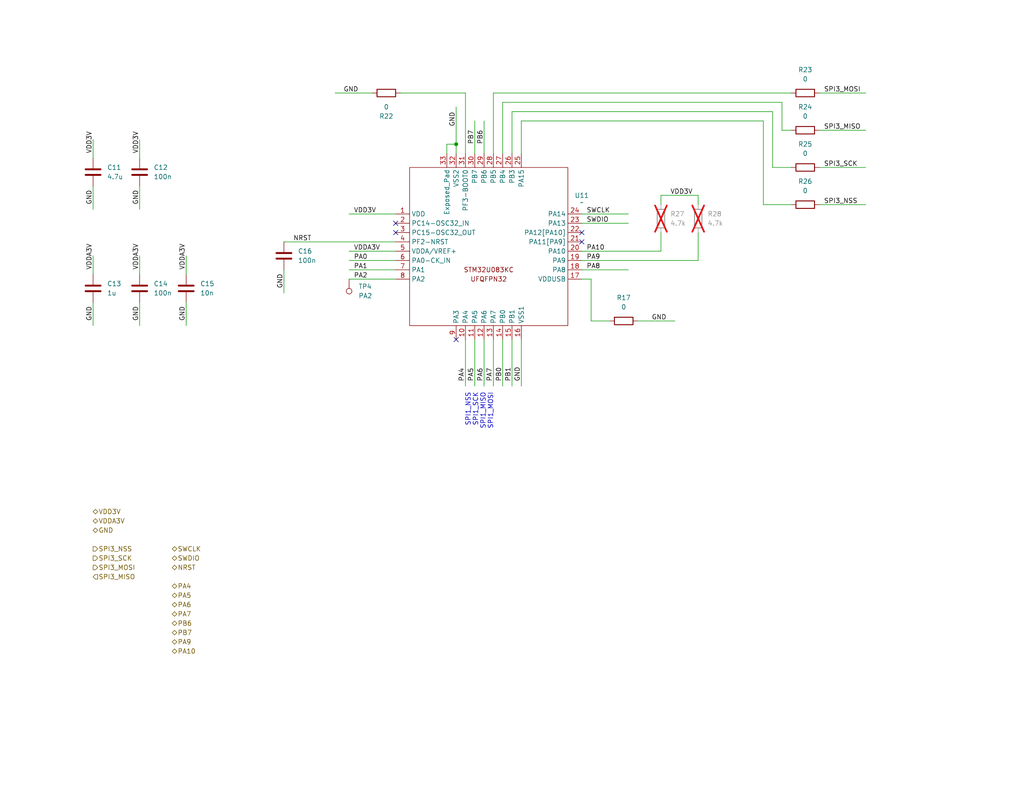
<source format=kicad_sch>
(kicad_sch (version 20231120) (generator "eeschema") (generator_version "8.0")
  (paper "USLetter")
  (title_block (title "wari_v1") (date "2024-04-12") (rev "1") (company "OpenIC LLC"))
  (lib_symbols
    (symbol "Connector:TestPoint" (pin_numbers hide) (pin_names (offset 0.762) hide)
      (property "Reference" "TP" (at 0 6.858 0))
      (property "Value" "TestPoint" (at 0 5.08 0))
      (symbol "TestPoint_0_1"
        (circle (center 0 3.302) (radius 0.762))
      )
      (symbol "TestPoint_1_1"
        (pin passive line (at 0 0 90) (length 2.54) (name "1") (number "1"))
      )
    )
    (symbol "Device:C" (pin_numbers hide) (pin_names (offset 0.254))
      (property "Reference" "C" (at 0.635 2.54 0))
      (property "Value" "C" (at 0.635 -2.54 0))
      (symbol "C_0_1"
        (polyline (pts (xy -2.032 -0.762) (xy 2.032 -0.762)) (stroke (width 0.508)))
        (polyline (pts (xy -2.032 0.762) (xy 2.032 0.762)) (stroke (width 0.508)))
      )
      (symbol "C_1_1"
        (pin passive line (at 0 3.81 270) (length 2.794) (name "~") (number "1"))
        (pin passive line (at 0 -3.81 90) (length 2.794) (name "~") (number "2"))
      )
    )
    (symbol "Device:R" (pin_numbers hide) (pin_names (offset 0))
      (property "Reference" "R" (at 2.032 0 90))
      (property "Value" "R" (at 0 0 90))
      (symbol "R_0_1"
        (rectangle (start -1.016 -2.54) (end 1.016 2.54) (stroke (width 0.254)))
      )
      (symbol "R_1_1"
        (pin passive line (at 0 3.81 270) (length 1.27) (name "~") (number "1"))
        (pin passive line (at 0 -3.81 90) (length 1.27) (name "~") (number "2"))
      )
    )
    (symbol "openic_main:STM32U083KC"
      (property "Reference" "U" (at -20.32 22.86 0))
      (symbol "STM32U083KC_0_1"
        (rectangle (start -21.59 21.59) (end 21.59 -21.59))
      )
      (symbol "STM32U083KC_1_1"
        (text "STM32U083KC" (at 0 -6.35 0) (effects (font (size 1.27 1.27))))
        (text "UFQFPN32" (at 0 -8.89 0) (effects (font (size 1.27 1.27))))
        (pin power_in line (at -25.4 8.89 0) (length 3.81) (name "VDD") (number "1"))
        (pin bidirectional line (at -6.35 -25.4 90) (length 3.81) (name "PA4") (number "10"))
        (pin bidirectional line (at -3.81 -25.4 90) (length 3.81) (name "PA5") (number "11"))
        (pin bidirectional line (at -1.27 -25.4 90) (length 3.81) (name "PA6") (number "12"))
        (pin bidirectional line (at 1.27 -25.4 90) (length 3.81) (name "PA7") (number "13"))
        (pin bidirectional line (at 3.81 -25.4 90) (length 3.81) (name "PB0") (number "14"))
        (pin bidirectional line (at 6.35 -25.4 90) (length 3.81) (name "PB1") (number "15"))
        (pin power_in line (at 8.89 -25.4 90) (length 3.81) (name "VSS1") (number "16"))
        (pin power_in line (at 25.4 -8.89 180) (length 3.81) (name "VDDUSB") (number "17"))
        (pin bidirectional line (at 25.4 -6.35 180) (length 3.81) (name "PA8") (number "18"))
        (pin bidirectional line (at 25.4 -3.81 180) (length 3.81) (name "PA9") (number "19"))
        (pin input line (at -25.4 6.35 0) (length 3.81) (name "PC14-OSC32_IN") (number "2"))
        (pin bidirectional line (at 25.4 -1.27 180) (length 3.81) (name "PA10") (number "20"))
        (pin bidirectional line (at 25.4 1.27 180) (length 3.81) (name "PA11[PA9]") (number "21"))
        (pin bidirectional line (at 25.4 3.81 180) (length 3.81) (name "PA12[PA10]") (number "22"))
        (pin bidirectional line (at 25.4 6.35 180) (length 3.81) (name "PA13") (number "23"))
        (pin bidirectional line (at 25.4 8.89 180) (length 3.81) (name "PA14") (number "24"))
        (pin bidirectional line (at 8.89 25.4 270) (length 3.81) (name "PA15") (number "25"))
        (pin bidirectional line (at 6.35 25.4 270) (length 3.81) (name "PB3") (number "26"))
        (pin bidirectional line (at 3.81 25.4 270) (length 3.81) (name "PB4") (number "27"))
        (pin bidirectional line (at 1.27 25.4 270) (length 3.81) (name "PB5") (number "28"))
        (pin bidirectional line (at -1.27 25.4 270) (length 3.81) (name "PB6") (number "29"))
        (pin output line (at -25.4 3.81 0) (length 3.81) (name "PC15-OSC32_OUT") (number "3"))
        (pin bidirectional line (at -3.81 25.4 270) (length 3.81) (name "PB7") (number "30"))
        (pin input line (at -6.35 25.4 270) (length 3.81) (name "PF3-BOOT0") (number "31"))
        (pin power_in line (at -8.89 25.4 270) (length 3.81) (name "VSS2") (number "32"))
        (pin power_in line (at -11.43 25.4 270) (length 3.81) (name "Exposed_Pad") (number "33"))
        (pin input line (at -25.4 1.27 0) (length 3.81) (name "PF2-NRST") (number "4"))
        (pin power_in line (at -25.4 -1.27 0) (length 3.81) (name "VDDA/VREF+") (number "5"))
        (pin input line (at -25.4 -3.81 0) (length 3.81) (name "PA0-CK_IN") (number "6"))
        (pin bidirectional line (at -25.4 -6.35 0) (length 3.81) (name "PA1") (number "7"))
        (pin bidirectional line (at -25.4 -8.89 0) (length 3.81) (name "PA2") (number "8"))
        (pin bidirectional line (at -8.89 -25.4 90) (length 3.81) (name "PA3") (number "9"))
      )
    )
  )
  (junction (at 124.46 39.37))
  (no_connect (at 158.75 63.5))
  (no_connect (at 107.95 63.5))
  (no_connect (at 124.46 92.71))
  (no_connect (at 107.95 60.96))
  (no_connect (at 158.75 66.04))
  (wire (pts (xy 101.6 25.4) (xy 91.44 25.4)))
  (wire (pts (xy 124.46 39.37) (xy 124.46 41.91)))
  (wire (pts (xy 134.62 25.4) (xy 215.9 25.4)))
  (wire (pts (xy 38.1 82.55) (xy 38.1 88.9)))
  (wire (pts (xy 95.25 68.58) (xy 107.95 68.58)))
  (wire (pts (xy 190.5 53.34) (xy 190.5 55.88)))
  (wire (pts (xy 25.4 82.55) (xy 25.4 88.9)))
  (wire (pts (xy 38.1 69.85) (xy 38.1 74.93)))
  (wire (pts (xy 132.08 105.41) (xy 132.08 92.71)))
  (wire (pts (xy 137.16 27.94) (xy 213.36 27.94)))
  (wire (pts (xy 208.28 55.88) (xy 215.9 55.88)))
  (wire (pts (xy 223.52 25.4) (xy 236.22 25.4)))
  (wire (pts (xy 124.46 29.21) (xy 124.46 39.37)))
  (wire (pts (xy 121.92 41.91) (xy 121.92 39.37)))
  (wire (pts (xy 77.47 73.66) (xy 77.47 80.01)))
  (wire (pts (xy 95.25 73.66) (xy 107.95 73.66)))
  (wire (pts (xy 161.29 76.2) (xy 161.29 87.63)))
  (wire (pts (xy 158.75 60.96) (xy 171.45 60.96)))
  (wire (pts (xy 158.75 73.66) (xy 171.45 73.66)))
  (wire (pts (xy 161.29 87.63) (xy 166.37 87.63)))
  (wire (pts (xy 127 25.4) (xy 127 41.91)))
  (wire (pts (xy 223.52 35.56) (xy 236.22 35.56)))
  (wire (pts (xy 190.5 71.12) (xy 190.5 63.5)))
  (wire (pts (xy 129.54 105.41) (xy 129.54 92.71)))
  (wire (pts (xy 142.24 105.41) (xy 142.24 92.71)))
  (wire (pts (xy 132.08 41.91) (xy 132.08 33.02)))
  (wire (pts (xy 173.99 87.63) (xy 184.15 87.63)))
  (wire (pts (xy 158.75 68.58) (xy 180.34 68.58)))
  (wire (pts (xy 223.52 45.72) (xy 236.22 45.72)))
  (wire (pts (xy 180.34 53.34) (xy 190.5 53.34)))
  (wire (pts (xy 210.82 30.48) (xy 210.82 45.72)))
  (wire (pts (xy 38.1 38.1) (xy 38.1 43.18)))
  (wire (pts (xy 158.75 71.12) (xy 190.5 71.12)))
  (wire (pts (xy 210.82 45.72) (xy 215.9 45.72)))
  (wire (pts (xy 25.4 50.8) (xy 25.4 57.15)))
  (wire (pts (xy 139.7 30.48) (xy 210.82 30.48)))
  (wire (pts (xy 121.92 39.37) (xy 124.46 39.37)))
  (wire (pts (xy 208.28 33.02) (xy 208.28 55.88)))
  (wire (pts (xy 158.75 58.42) (xy 171.45 58.42)))
  (wire (pts (xy 50.8 69.85) (xy 50.8 74.93)))
  (wire (pts (xy 95.25 71.12) (xy 107.95 71.12)))
  (wire (pts (xy 134.62 25.4) (xy 134.62 41.91)))
  (wire (pts (xy 129.54 41.91) (xy 129.54 33.02)))
  (wire (pts (xy 223.52 55.88) (xy 236.22 55.88)))
  (wire (pts (xy 50.8 82.55) (xy 50.8 88.9)))
  (wire (pts (xy 38.1 50.8) (xy 38.1 57.15)))
  (wire (pts (xy 109.22 25.4) (xy 127 25.4)))
  (wire (pts (xy 95.25 76.2) (xy 107.95 76.2)))
  (wire (pts (xy 142.24 33.02) (xy 208.28 33.02)))
  (wire (pts (xy 25.4 69.85) (xy 25.4 74.93)))
  (wire (pts (xy 180.34 55.88) (xy 180.34 53.34)))
  (wire (pts (xy 77.47 66.04) (xy 107.95 66.04)))
  (wire (pts (xy 213.36 35.56) (xy 215.9 35.56)))
  (wire (pts (xy 25.4 38.1) (xy 25.4 43.18)))
  (wire (pts (xy 95.25 58.42) (xy 107.95 58.42)))
  (wire (pts (xy 139.7 30.48) (xy 139.7 41.91)))
  (wire (pts (xy 134.62 105.41) (xy 134.62 92.71)))
  (wire (pts (xy 137.16 27.94) (xy 137.16 41.91)))
  (wire (pts (xy 180.34 63.5) (xy 180.34 68.58)))
  (wire (pts (xy 158.75 76.2) (xy 161.29 76.2)))
  (wire (pts (xy 142.24 41.91) (xy 142.24 33.02)))
  (wire (pts (xy 137.16 105.41) (xy 137.16 92.71)))
  (wire (pts (xy 139.7 105.41) (xy 139.7 92.71)))
  (wire (pts (xy 213.36 27.94) (xy 213.36 35.56)))
  (wire (pts (xy 127 105.41) (xy 127 92.71)))
  (text "SPI1_NSS\nSPI1_SCK\nSPI1_MISO\nSPI1_MOSI" (at 130.81 107.188 90) (effects (font (size 1.27 1.27)) (justify right)))
  (label "PA2" (at 96.52 76.2 0))
  (label "PA1" (at 96.52 73.66 0))
  (label "GND" (at 97.79 25.4 180))
  (label "PB0" (at 137.16 104.14 90))
  (label "PA4" (at 127 104.14 90))
  (label "PA0" (at 96.52 71.12 0))
  (label "GND" (at 25.4 55.88 90))
  (label "GND" (at 25.4 87.63 90))
  (label "PA8" (at 160.02 73.66 0))
  (label "PA10" (at 160.02 68.58 0))
  (label "PB1" (at 139.7 104.14 90))
  (label "VDD3V" (at 25.4 41.91 90))
  (label "GND" (at 177.8 87.63 0))
  (label "SWDIO" (at 160.02 60.96 0))
  (label "PB6" (at 132.08 39.37 90))
  (label "SPI3_NSS" (at 224.79 55.88 0))
  (label "NRST" (at 80.01 66.04 0))
  (label "VDD3V" (at 96.52 58.42 0))
  (label "VDD3V" (at 38.1 41.91 90))
  (label "GND" (at 124.46 30.48 270))
  (label "VDDA3V" (at 96.52 68.58 0))
  (label "GND" (at 38.1 55.88 90))
  (label "SPI3_MOSI" (at 224.79 25.4 0))
  (label "SPI3_MISO" (at 224.79 35.56 0))
  (label "SPI3_SCK" (at 224.79 45.72 0))
  (label "PA6" (at 132.08 104.14 90))
  (label "PB7" (at 129.54 39.37 90))
  (label "VDDA3V" (at 38.1 73.66 90))
  (label "VDDA3V" (at 25.4 73.66 90))
  (label "PA7" (at 134.62 104.14 90))
  (label "PA5" (at 129.54 104.14 90))
  (label "VDD3V" (at 182.88 53.34 0))
  (label "SWCLK" (at 160.02 58.42 0))
  (label "GND" (at 142.24 104.14 90))
  (label "GND" (at 38.1 87.63 90))
  (label "VDDA3V" (at 50.8 73.66 90))
  (label "GND" (at 77.47 78.74 90))
  (label "GND" (at 50.8 87.63 90))
  (label "PA9" (at 160.02 71.12 0))
  (hierarchical_label "PA5" (shape bidirectional) (at 46.99 162.56 0))
  (hierarchical_label "PB7" (shape bidirectional) (at 46.99 172.72 0))
  (hierarchical_label "VDDA3V" (shape bidirectional) (at 25.4 142.24 0))
  (hierarchical_label "SWDIO" (shape bidirectional) (at 46.99 152.4 0))
  (hierarchical_label "VDD3V" (shape bidirectional) (at 25.4 139.7 0))
  (hierarchical_label "PA4" (shape bidirectional) (at 46.99 160.02 0))
  (hierarchical_label "SPI3_MISO" (shape input) (at 25.4 157.48 0))
  (hierarchical_label "SPI3_MOSI" (shape output) (at 25.4 154.94 0))
  (hierarchical_label "PA9" (shape bidirectional) (at 46.99 175.26 0))
  (hierarchical_label "SPI3_NSS" (shape output) (at 25.4 149.86 0))
  (hierarchical_label "PA7" (shape bidirectional) (at 46.99 167.64 0))
  (hierarchical_label "PA10" (shape bidirectional) (at 46.99 177.8 0))
  (hierarchical_label "PA6" (shape bidirectional) (at 46.99 165.1 0))
  (hierarchical_label "PB6" (shape bidirectional) (at 46.99 170.18 0))
  (hierarchical_label "SPI3_SCK" (shape output) (at 25.4 152.4 0))
  (hierarchical_label "NRST" (shape bidirectional) (at 46.99 154.94 0))
  (hierarchical_label "SWCLK" (shape bidirectional) (at 46.99 149.86 0))
  (hierarchical_label "GND" (shape bidirectional) (at 25.4 144.78 0))
  (symbol (lib_id "Device:R") (at 219.71 35.56 90) (unit 1)
    (property "Reference" "R24" (at 219.71 29.21 90))
    (property "Value" "0" (at 219.71 31.75 90))
    (property "Footprint" "Resistor_SMD:R_0402_1005Metric" (effects (hide yes)))
    (property "Description" "Resistor" (effects (hide yes)))
  )
  (symbol (lib_id "Device:C") (at 77.47 69.85 0) (unit 1)
    (property "Reference" "C16" (at 81.28 68.5799 0) (effects (justify left)))
    (property "Value" "100n" (at 81.28 71.1199 0) (effects (justify left)))
    (property "Footprint" "Capacitor_SMD:C_0201_0603Metric" (effects (hide yes)))
    (property "Description" "Unpolarized capacitor" (effects (hide yes)))
  )
  (symbol (lib_id "Device:R") (at 170.18 87.63 90) (unit 1)
    (property "Reference" "R17" (at 170.18 81.28 90))
    (property "Value" "0" (at 170.18 83.82 90))
    (property "Footprint" "Resistor_SMD:R_0201_0603Metric" (effects (hide yes)))
    (property "Description" "Resistor" (effects (hide yes)))
  )
  (symbol (lib_id "openic_main:STM32U083KC") (at 133.35 67.31 0) (unit 1)
    (property "Reference" "U11" (at 158.75 53.3714 0))
    (property "Value" "~" (at 158.75 55.2765 0))
    (property "Footprint" "openic_main:UFQFPN-32-1EP_5x5mm_P0.5mm_EP3.6x3.6mm" (effects (hide yes)))
    (property "Description" "STM32 Ultra-low-power Arm M0+, 32-bit MCU" (effects (hide yes)))
  )
  (symbol (lib_id "Device:R") (at 219.71 55.88 90) (unit 1)
    (property "Reference" "R26" (at 219.71 49.53 90))
    (property "Value" "0" (at 219.71 52.07 90))
    (property "Footprint" "Resistor_SMD:R_0402_1005Metric" (effects (hide yes)))
    (property "Description" "Resistor" (effects (hide yes)))
  )
  (symbol (lib_id "Device:C") (at 25.4 46.99 0) (unit 1)
    (property "Reference" "C11" (at 29.21 45.7199 0) (effects (justify left)))
    (property "Value" "4.7u" (at 29.21 48.2599 0) (effects (justify left)))
    (property "Footprint" "Capacitor_SMD:C_0402_1005Metric" (effects (hide yes)))
    (property "Description" "Unpolarized capacitor" (effects (hide yes)))
  )
  (symbol (lib_id "Device:R") (at 180.34 59.69 0) (unit 1) (dnp yes)
    (property "Reference" "R27" (at 182.88 58.4199 0) (effects (justify left)))
    (property "Value" "4.7k" (at 182.88 60.9599 0) (effects (justify left)))
    (property "Footprint" "Resistor_SMD:R_0201_0603Metric" (effects (hide yes)))
    (property "Description" "Resistor" (effects (hide yes)))
  )
  (symbol (lib_id "Device:C") (at 38.1 78.74 0) (unit 1)
    (property "Reference" "C14" (at 41.91 77.4699 0) (effects (justify left)))
    (property "Value" "100n" (at 41.91 80.0099 0) (effects (justify left)))
    (property "Footprint" "Capacitor_SMD:C_0201_0603Metric" (effects (hide yes)))
    (property "Description" "Unpolarized capacitor" (effects (hide yes)))
  )
  (symbol (lib_id "Device:C") (at 50.8 78.74 0) (unit 1)
    (property "Reference" "C15" (at 54.61 77.4699 0) (effects (justify left)))
    (property "Value" "10n" (at 54.61 80.0099 0) (effects (justify left)))
    (property "Footprint" "Capacitor_SMD:C_0201_0603Metric" (effects (hide yes)))
    (property "Description" "Unpolarized capacitor" (effects (hide yes)))
  )
  (symbol (lib_id "Device:R") (at 105.41 25.4 270) (unit 1)
    (property "Reference" "R22" (at 105.41 31.75 90))
    (property "Value" "0" (at 105.41 29.21 90))
    (property "Footprint" "Resistor_SMD:R_0201_0603Metric" (effects (hide yes)))
    (property "Description" "Resistor" (effects (hide yes)))
  )
  (symbol (lib_id "Connector:TestPoint") (at 95.25 76.2 180) (unit 1)
    (property "Reference" "TP4" (at 97.79 78.2319 0) (effects (justify right)))
    (property "Value" "PA2" (at 97.79 80.7719 0) (effects (justify right)))
    (property "Footprint" "TestPoint:TestPoint_Pad_D1.0mm" (effects (hide yes)))
    (property "Description" "test point" (effects (hide yes)))
  )
  (symbol (lib_id "Device:C") (at 38.1 46.99 0) (unit 1)
    (property "Reference" "C12" (at 41.91 45.7199 0) (effects (justify left)))
    (property "Value" "100n" (at 41.91 48.2599 0) (effects (justify left)))
    (property "Footprint" "Capacitor_SMD:C_0201_0603Metric" (effects (hide yes)))
    (property "Description" "Unpolarized capacitor" (effects (hide yes)))
  )
  (symbol (lib_id "Device:C") (at 25.4 78.74 0) (unit 1)
    (property "Reference" "C13" (at 29.21 77.4699 0) (effects (justify left)))
    (property "Value" "1u" (at 29.21 80.0099 0) (effects (justify left)))
    (property "Footprint" "Capacitor_SMD:C_0201_0603Metric" (effects (hide yes)))
    (property "Description" "Unpolarized capacitor" (effects (hide yes)))
  )
  (symbol (lib_id "Device:R") (at 219.71 25.4 90) (unit 1)
    (property "Reference" "R23" (at 219.71 19.05 90))
    (property "Value" "0" (at 219.71 21.59 90))
    (property "Footprint" "Resistor_SMD:R_0402_1005Metric" (effects (hide yes)))
    (property "Description" "Resistor" (effects (hide yes)))
  )
  (symbol (lib_id "Device:R") (at 190.5 59.69 0) (unit 1) (dnp yes)
    (property "Reference" "R28" (at 193.04 58.4199 0) (effects (justify left)))
    (property "Value" "4.7k" (at 193.04 60.9599 0) (effects (justify left)))
    (property "Footprint" "Resistor_SMD:R_0201_0603Metric" (effects (hide yes)))
    (property "Description" "Resistor" (effects (hide yes)))
  )
  (symbol (lib_id "Device:R") (at 219.71 45.72 90) (unit 1)
    (property "Reference" "R25" (at 219.71 39.37 90))
    (property "Value" "0" (at 219.71 41.91 90))
    (property "Footprint" "Resistor_SMD:R_0402_1005Metric" (effects (hide yes)))
    (property "Description" "Resistor" (effects (hide yes)))
  )
)
</source>
